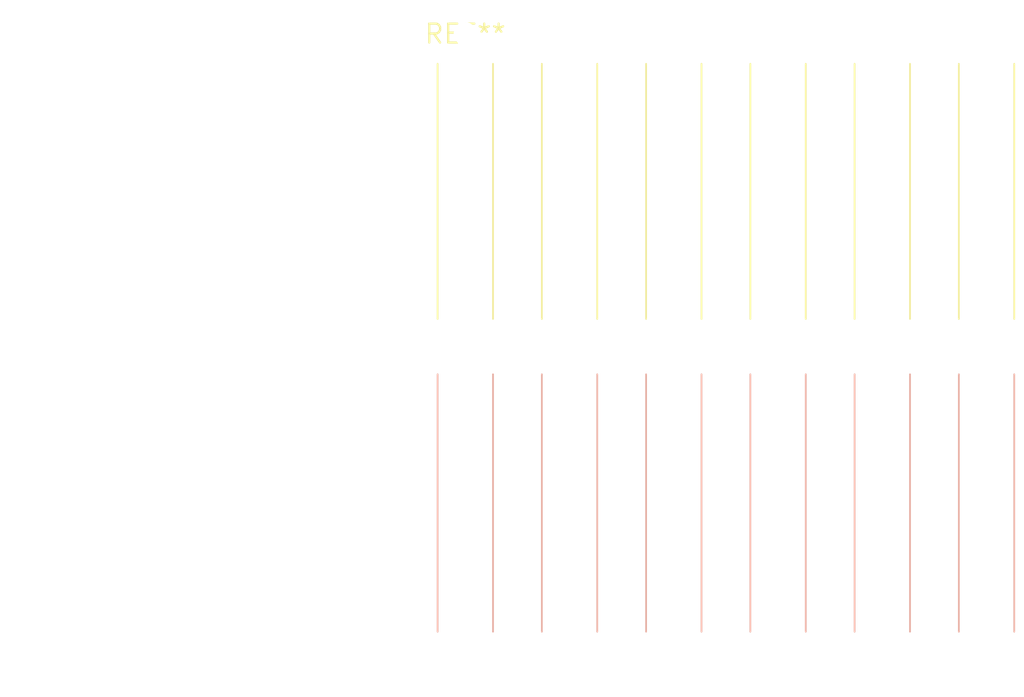
<source format=kicad_pcb>
(kicad_pcb (version 20240108) (generator pcbnew)
  (layers (0 "F.Cu" signal) (31 "B.Cu" signal) (34 "B.Paste" user) (35 "F.Paste" user) (36 "B.SilkS" user "B.Silkscreen") (37 "F.SilkS" user "F.Silkscreen") (38 "B.Mask" user) (39 "F.Mask" user) (44 "Edge.Cuts" user))
  (net 0 "")
  (footprint "SolderWire-0.75sqmm_1x06_P7mm_D1.25mm_OD3.5mm_Relief2x" (layer "F.Cu") (at 0 0)
    (property "Reference" "REF**")
    (property "Value" "SolderWire-0.75sqmm_1x06_P7mm_D1.25mm_OD3.5mm_Relief2x")
    (fp_line (start -1.86 22.86) (end -1.86 40.14) (layer "B.SilkS") (stroke (width 0.12)))
    (fp_line (start 1.86 22.86) (end 1.86 40.14) (layer "B.SilkS") (stroke (width 0.12)))
    (fp_line (start 5.14 22.86) (end 5.14 40.14) (layer "B.SilkS") (stroke (width 0.12)))
    (fp_line (start 8.86 22.86) (end 8.86 40.14) (layer "B.SilkS") (stroke (width 0.12)))
    (fp_line (start 12.14 22.86) (end 12.14 40.14) (layer "B.SilkS") (stroke (width 0.12)))
    (fp_line (start 15.86 22.86) (end 15.86 40.14) (layer "B.SilkS") (stroke (width 0.12)))
    (fp_line (start 19.14 22.86) (end 19.14 40.14) (layer "B.SilkS") (stroke (width 0.12)))
    (fp_line (start 22.86 22.86) (end 22.86 40.14) (layer "B.SilkS") (stroke (width 0.12)))
    (fp_line (start 26.14 22.86) (end 26.14 40.14) (layer "B.SilkS") (stroke (width 0.12)))
    (fp_line (start 29.86 22.86) (end 29.86 40.14) (layer "B.SilkS") (stroke (width 0.12)))
    (fp_line (start 33.14 22.86) (end 33.14 40.14) (layer "B.SilkS") (stroke (width 0.12)))
    (fp_line (start 36.86 22.86) (end 36.86 40.14) (layer "B.SilkS") (stroke (width 0.12)))
    (fp_line (start -1.86 2.01) (end -1.86 19.14) (layer "F.SilkS") (stroke (width 0.12)))
    (fp_line (start 1.86 2.01) (end 1.86 19.14) (layer "F.SilkS") (stroke (width 0.12)))
    (fp_line (start 5.14 2.01) (end 5.14 19.14) (layer "F.SilkS") (stroke (width 0.12)))
    (fp_line (start 8.86 2.01) (end 8.86 19.14) (layer "F.SilkS") (stroke (width 0.12)))
    (fp_line (start 12.14 2.01) (end 12.14 19.14) (layer "F.SilkS") (stroke (width 0.12)))
    (fp_line (start 15.86 2.01) (end 15.86 19.14) (layer "F.SilkS") (stroke (width 0.12)))
    (fp_line (start 19.14 2.01) (end 19.14 19.14) (layer "F.SilkS") (stroke (width 0.12)))
    (fp_line (start 22.86 2.01) (end 22.86 19.14) (layer "F.SilkS") (stroke (width 0.12)))
    (fp_line (start 26.14 2.01) (end 26.14 19.14) (layer "F.SilkS") (stroke (width 0.12)))
    (fp_line (start 29.86 2.01) (end 29.86 19.14) (layer "F.SilkS") (stroke (width 0.12)))
    (fp_line (start 33.14 2.01) (end 33.14 19.14) (layer "F.SilkS") (stroke (width 0.12)))
    (fp_line (start 36.86 2.01) (end 36.86 19.14) (layer "F.SilkS") (stroke (width 0.12)))
    (pad "" np_thru_hole circle (at 0 21) (size 4 4) (drill 4) (layers *.Cu *.Mask))
    (pad "" np_thru_hole circle (at 0 42) (size 4 4) (drill 4) (layers *.Cu *.Mask))
    (pad "" np_thru_hole circle (at 7 21) (size 4 4) (drill 4) (layers *.Cu *.Mask))
    (pad "" np_thru_hole circle (at 7 42) (size 4 4) (drill 4) (layers *.Cu *.Mask))
    (pad "" np_thru_hole circle (at 14 21) (size 4 4) (drill 4) (layers *.Cu *.Mask))
    (pad "" np_thru_hole circle (at 14 42) (size 4 4) (drill 4) (layers *.Cu *.Mask))
    (pad "" np_thru_hole circle (at 21 21) (size 4 4) (drill 4) (layers *.Cu *.Mask))
    (pad "" np_thru_hole circle (at 21 42) (size 4 4) (drill 4) (layers *.Cu *.Mask))
    (pad "" np_thru_hole circle (at 28 21) (size 4 4) (drill 4) (layers *.Cu *.Mask))
    (pad "" np_thru_hole circle (at 28 42) (size 4 4) (drill 4) (layers *.Cu *.Mask))
    (pad "" np_thru_hole circle (at 35 21) (size 4 4) (drill 4) (layers *.Cu *.Mask))
    (pad "" np_thru_hole circle (at 35 42) (size 4 4) (drill 4) (layers *.Cu *.Mask))
    (pad "1" thru_hole roundrect (at 0 0) (size 3.5 3.5) (drill 1.55) (layers *.Cu *.Mask) (remove_unused_layers) (roundrect_rratio 0.071429))
    (pad "2" thru_hole circle (at 7 0) (size 3.5 3.5) (drill 1.55) (layers *.Cu *.Mask) (remove_unused_layers))
    (pad "3" thru_hole circle (at 14 0) (size 3.5 3.5) (drill 1.55) (layers *.Cu *.Mask) (remove_unused_layers))
    (pad "4" thru_hole circle (at 21 0) (size 3.5 3.5) (drill 1.55) (layers *.Cu *.Mask) (remove_unused_layers))
    (pad "5" thru_hole circle (at 28 0) (size 3.5 3.5) (drill 1.55) (layers *.Cu *.Mask) (remove_unused_layers))
    (pad "6" thru_hole circle (at 35 0) (size 3.5 3.5) (drill 1.55) (layers *.Cu *.Mask) (remove_unused_layers))
  )
)
</source>
